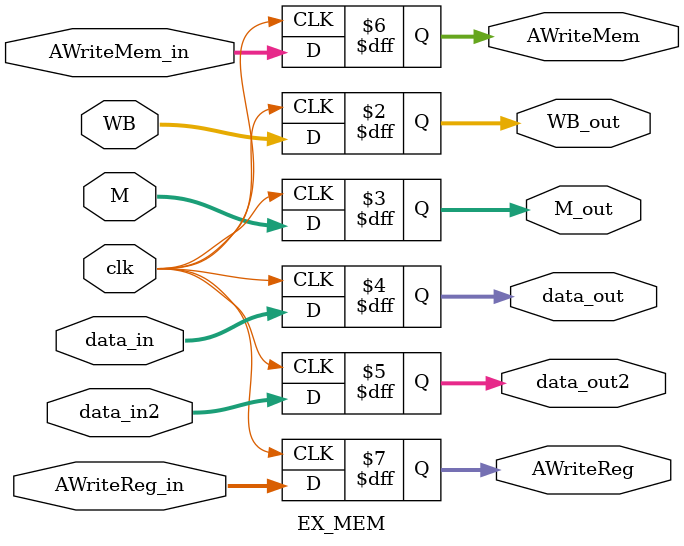
<source format=v>
module EX_MEM#(parameter SIZE = 32,
		 parameter ADDR_SIZE = 5,
		 parameter S_WB = 2,
		 parameter S_M = 3)
	(
		input clk,
		input [S_WB-1:0]WB,
		input [S_M-1:0]M,
		input [SIZE-1:0] data_in,
		input [SIZE-1:0] data_in2,
		input [SIZE-1:0] AWriteMem_in,
		input [ADDR_SIZE-1:0] AWriteReg_in,
		output reg [S_WB-1:0] WB_out,
		output reg [S_M-1:0] M_out,
		output reg [SIZE-1:0] data_out,
		output reg [SIZE-1:0] data_out2,
		output reg [SIZE-1:0] AWriteMem,
		output reg [ADDR_SIZE-1:0] AWriteReg
	);



	always @(posedge clk) begin
		WB_out <= WB;
		M_out <= M;
		data_out <= data_in;
		data_out2 <= data_in2;
		AWriteMem <= AWriteMem_in;
		AWriteReg <= AWriteReg_in;
		
		
	
	end
	


endmodule
</source>
